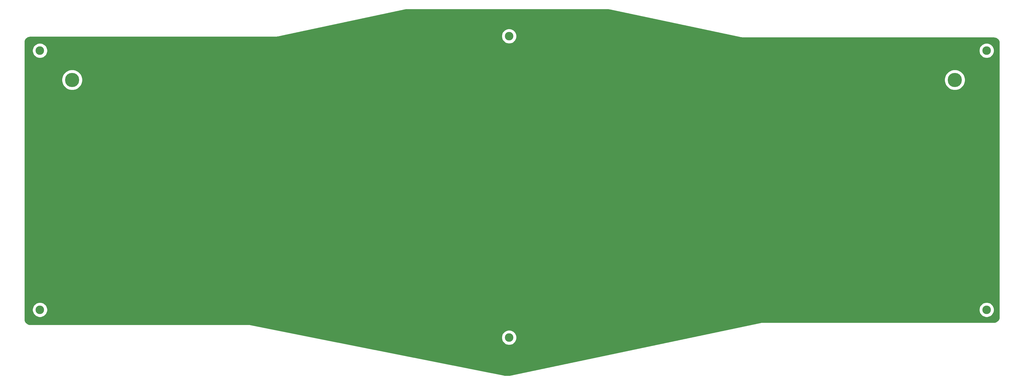
<source format=gtl>
G04 #@! TF.GenerationSoftware,KiCad,Pcbnew,5.1.6-c6e7f7d~87~ubuntu18.04.1*
G04 #@! TF.CreationDate,2020-08-05T13:03:49+02:00*
G04 #@! TF.ProjectId,backplate,6261636b-706c-4617-9465-2e6b69636164,rev?*
G04 #@! TF.SameCoordinates,Original*
G04 #@! TF.FileFunction,Copper,L1,Top*
G04 #@! TF.FilePolarity,Positive*
%FSLAX46Y46*%
G04 Gerber Fmt 4.6, Leading zero omitted, Abs format (unit mm)*
G04 Created by KiCad (PCBNEW 5.1.6-c6e7f7d~87~ubuntu18.04.1) date 2020-08-05 13:03:49*
%MOMM*%
%LPD*%
G01*
G04 APERTURE LIST*
G04 #@! TA.AperFunction,ComponentPad*
%ADD10C,5.000000*%
G04 #@! TD*
G04 #@! TA.AperFunction,ComponentPad*
%ADD11C,3.000000*%
G04 #@! TD*
G04 #@! TA.AperFunction,NonConductor*
%ADD12C,0.254000*%
G04 #@! TD*
G04 APERTURE END LIST*
D10*
G04 #@! TO.P,REF\u002A\u002A,1*
G04 #@! TO.N,N/C*
X368300000Y-91440000D03*
G04 #@! TD*
G04 #@! TO.P,REF\u002A\u002A,1*
G04 #@! TO.N,N/C*
X58420000Y-91440000D03*
G04 #@! TD*
D11*
G04 #@! TO.P,REF\u002A\u002A,1*
G04 #@! TO.N,N/C*
X211836000Y-181991000D03*
G04 #@! TD*
G04 #@! TO.P,REF\u002A\u002A,1*
G04 #@! TO.N,N/C*
X211836000Y-76073000D03*
G04 #@! TD*
G04 #@! TO.P,REF\u002A\u002A,1*
G04 #@! TO.N,N/C*
X379476000Y-172212000D03*
G04 #@! TD*
G04 #@! TO.P,REF\u002A\u002A,1*
G04 #@! TO.N,N/C*
X379476000Y-81153000D03*
G04 #@! TD*
G04 #@! TO.P,REF\u002A\u002A,1*
G04 #@! TO.N,N/C*
X47117000Y-81153000D03*
G04 #@! TD*
G04 #@! TO.P,REF\u002A\u002A,1*
G04 #@! TO.N,N/C*
X47117000Y-172212000D03*
G04 #@! TD*
D12*
G36*
X247037181Y-66729057D02*
G01*
X247130052Y-66750887D01*
X247142522Y-66754831D01*
X293147858Y-76472685D01*
X293288319Y-76504128D01*
X293350389Y-76511769D01*
X293411562Y-76524772D01*
X293427558Y-76526453D01*
X294019111Y-76584456D01*
X294075405Y-76590000D01*
X381959657Y-76590000D01*
X382383197Y-76631529D01*
X382736403Y-76738168D01*
X383062172Y-76911382D01*
X383348092Y-77144572D01*
X383583277Y-77428861D01*
X383758759Y-77753409D01*
X383867863Y-78105868D01*
X383912000Y-78525798D01*
X383912001Y-174695646D01*
X383870471Y-175119197D01*
X383763832Y-175472403D01*
X383590617Y-175798173D01*
X383357426Y-176084094D01*
X383073139Y-176319277D01*
X382748591Y-176494759D01*
X382396132Y-176603863D01*
X381976202Y-176648000D01*
X300786618Y-176648000D01*
X300724022Y-176642488D01*
X300617200Y-176654127D01*
X300510169Y-176664668D01*
X300450027Y-176682912D01*
X211970050Y-195236391D01*
X211111937Y-195307549D01*
X210238212Y-195247069D01*
X210012440Y-195208892D01*
X142244241Y-181732263D01*
X209209000Y-181732263D01*
X209209000Y-182249737D01*
X209309954Y-182757268D01*
X209507983Y-183235351D01*
X209795476Y-183665615D01*
X210161385Y-184031524D01*
X210591649Y-184319017D01*
X211069732Y-184517046D01*
X211577263Y-184618000D01*
X212094737Y-184618000D01*
X212602268Y-184517046D01*
X213080351Y-184319017D01*
X213510615Y-184031524D01*
X213876524Y-183665615D01*
X214164017Y-183235351D01*
X214362046Y-182757268D01*
X214463000Y-182249737D01*
X214463000Y-181732263D01*
X214362046Y-181224732D01*
X214164017Y-180746649D01*
X213876524Y-180316385D01*
X213510615Y-179950476D01*
X213080351Y-179662983D01*
X212602268Y-179464954D01*
X212094737Y-179364000D01*
X211577263Y-179364000D01*
X211069732Y-179464954D01*
X210591649Y-179662983D01*
X210161385Y-179950476D01*
X209795476Y-180316385D01*
X209507983Y-180746649D01*
X209309954Y-181224732D01*
X209209000Y-181732263D01*
X142244241Y-181732263D01*
X120676233Y-177443171D01*
X120621831Y-177426668D01*
X120565200Y-177421090D01*
X120565183Y-177421087D01*
X120522718Y-177416906D01*
X120452595Y-177410000D01*
X120452566Y-177410000D01*
X120395947Y-177404426D01*
X120339383Y-177410000D01*
X43744343Y-177410000D01*
X43320803Y-177368471D01*
X42967597Y-177261832D01*
X42641827Y-177088617D01*
X42355906Y-176855426D01*
X42120723Y-176571139D01*
X41945241Y-176246591D01*
X41836137Y-175894132D01*
X41792000Y-175474202D01*
X41792000Y-171953263D01*
X44490000Y-171953263D01*
X44490000Y-172470737D01*
X44590954Y-172978268D01*
X44788983Y-173456351D01*
X45076476Y-173886615D01*
X45442385Y-174252524D01*
X45872649Y-174540017D01*
X46350732Y-174738046D01*
X46858263Y-174839000D01*
X47375737Y-174839000D01*
X47883268Y-174738046D01*
X48361351Y-174540017D01*
X48791615Y-174252524D01*
X49157524Y-173886615D01*
X49445017Y-173456351D01*
X49643046Y-172978268D01*
X49744000Y-172470737D01*
X49744000Y-171953263D01*
X376849000Y-171953263D01*
X376849000Y-172470737D01*
X376949954Y-172978268D01*
X377147983Y-173456351D01*
X377435476Y-173886615D01*
X377801385Y-174252524D01*
X378231649Y-174540017D01*
X378709732Y-174738046D01*
X379217263Y-174839000D01*
X379734737Y-174839000D01*
X380242268Y-174738046D01*
X380720351Y-174540017D01*
X381150615Y-174252524D01*
X381516524Y-173886615D01*
X381804017Y-173456351D01*
X382002046Y-172978268D01*
X382103000Y-172470737D01*
X382103000Y-171953263D01*
X382002046Y-171445732D01*
X381804017Y-170967649D01*
X381516524Y-170537385D01*
X381150615Y-170171476D01*
X380720351Y-169883983D01*
X380242268Y-169685954D01*
X379734737Y-169585000D01*
X379217263Y-169585000D01*
X378709732Y-169685954D01*
X378231649Y-169883983D01*
X377801385Y-170171476D01*
X377435476Y-170537385D01*
X377147983Y-170967649D01*
X376949954Y-171445732D01*
X376849000Y-171953263D01*
X49744000Y-171953263D01*
X49643046Y-171445732D01*
X49445017Y-170967649D01*
X49157524Y-170537385D01*
X48791615Y-170171476D01*
X48361351Y-169883983D01*
X47883268Y-169685954D01*
X47375737Y-169585000D01*
X46858263Y-169585000D01*
X46350732Y-169685954D01*
X45872649Y-169883983D01*
X45442385Y-170171476D01*
X45076476Y-170537385D01*
X44788983Y-170967649D01*
X44590954Y-171445732D01*
X44490000Y-171953263D01*
X41792000Y-171953263D01*
X41792000Y-91082772D01*
X54793000Y-91082772D01*
X54793000Y-91797228D01*
X54932383Y-92497957D01*
X55205794Y-93158029D01*
X55602725Y-93752078D01*
X56107922Y-94257275D01*
X56701971Y-94654206D01*
X57362043Y-94927617D01*
X58062772Y-95067000D01*
X58777228Y-95067000D01*
X59477957Y-94927617D01*
X60138029Y-94654206D01*
X60732078Y-94257275D01*
X61237275Y-93752078D01*
X61634206Y-93158029D01*
X61907617Y-92497957D01*
X62047000Y-91797228D01*
X62047000Y-91082772D01*
X364673000Y-91082772D01*
X364673000Y-91797228D01*
X364812383Y-92497957D01*
X365085794Y-93158029D01*
X365482725Y-93752078D01*
X365987922Y-94257275D01*
X366581971Y-94654206D01*
X367242043Y-94927617D01*
X367942772Y-95067000D01*
X368657228Y-95067000D01*
X369357957Y-94927617D01*
X370018029Y-94654206D01*
X370612078Y-94257275D01*
X371117275Y-93752078D01*
X371514206Y-93158029D01*
X371787617Y-92497957D01*
X371927000Y-91797228D01*
X371927000Y-91082772D01*
X371787617Y-90382043D01*
X371514206Y-89721971D01*
X371117275Y-89127922D01*
X370612078Y-88622725D01*
X370018029Y-88225794D01*
X369357957Y-87952383D01*
X368657228Y-87813000D01*
X367942772Y-87813000D01*
X367242043Y-87952383D01*
X366581971Y-88225794D01*
X365987922Y-88622725D01*
X365482725Y-89127922D01*
X365085794Y-89721971D01*
X364812383Y-90382043D01*
X364673000Y-91082772D01*
X62047000Y-91082772D01*
X61907617Y-90382043D01*
X61634206Y-89721971D01*
X61237275Y-89127922D01*
X60732078Y-88622725D01*
X60138029Y-88225794D01*
X59477957Y-87952383D01*
X58777228Y-87813000D01*
X58062772Y-87813000D01*
X57362043Y-87952383D01*
X56701971Y-88225794D01*
X56107922Y-88622725D01*
X55602725Y-89127922D01*
X55205794Y-89721971D01*
X54932383Y-90382043D01*
X54793000Y-91082772D01*
X41792000Y-91082772D01*
X41792000Y-80894263D01*
X44490000Y-80894263D01*
X44490000Y-81411737D01*
X44590954Y-81919268D01*
X44788983Y-82397351D01*
X45076476Y-82827615D01*
X45442385Y-83193524D01*
X45872649Y-83481017D01*
X46350732Y-83679046D01*
X46858263Y-83780000D01*
X47375737Y-83780000D01*
X47883268Y-83679046D01*
X48361351Y-83481017D01*
X48791615Y-83193524D01*
X49157524Y-82827615D01*
X49445017Y-82397351D01*
X49643046Y-81919268D01*
X49744000Y-81411737D01*
X49744000Y-80894263D01*
X376849000Y-80894263D01*
X376849000Y-81411737D01*
X376949954Y-81919268D01*
X377147983Y-82397351D01*
X377435476Y-82827615D01*
X377801385Y-83193524D01*
X378231649Y-83481017D01*
X378709732Y-83679046D01*
X379217263Y-83780000D01*
X379734737Y-83780000D01*
X380242268Y-83679046D01*
X380720351Y-83481017D01*
X381150615Y-83193524D01*
X381516524Y-82827615D01*
X381804017Y-82397351D01*
X382002046Y-81919268D01*
X382103000Y-81411737D01*
X382103000Y-80894263D01*
X382002046Y-80386732D01*
X381804017Y-79908649D01*
X381516524Y-79478385D01*
X381150615Y-79112476D01*
X380720351Y-78824983D01*
X380242268Y-78626954D01*
X379734737Y-78526000D01*
X379217263Y-78526000D01*
X378709732Y-78626954D01*
X378231649Y-78824983D01*
X377801385Y-79112476D01*
X377435476Y-79478385D01*
X377147983Y-79908649D01*
X376949954Y-80386732D01*
X376849000Y-80894263D01*
X49744000Y-80894263D01*
X49643046Y-80386732D01*
X49445017Y-79908649D01*
X49157524Y-79478385D01*
X48791615Y-79112476D01*
X48361351Y-78824983D01*
X47883268Y-78626954D01*
X47375737Y-78526000D01*
X46858263Y-78526000D01*
X46350732Y-78626954D01*
X45872649Y-78824983D01*
X45442385Y-79112476D01*
X45076476Y-79478385D01*
X44788983Y-79908649D01*
X44590954Y-80386732D01*
X44490000Y-80894263D01*
X41792000Y-80894263D01*
X41792000Y-78288343D01*
X41833529Y-77864803D01*
X41940168Y-77511597D01*
X42113382Y-77185828D01*
X42346572Y-76899908D01*
X42630861Y-76664723D01*
X42955409Y-76489241D01*
X43307868Y-76380137D01*
X43727798Y-76336000D01*
X129850595Y-76336000D01*
X129864812Y-76334600D01*
X129973332Y-76331913D01*
X130035399Y-76324272D01*
X130097902Y-76322050D01*
X130113829Y-76319801D01*
X130681883Y-76235551D01*
X130717628Y-76231550D01*
X132678915Y-75814263D01*
X209209000Y-75814263D01*
X209209000Y-76331737D01*
X209309954Y-76839268D01*
X209507983Y-77317351D01*
X209795476Y-77747615D01*
X210161385Y-78113524D01*
X210591649Y-78401017D01*
X211069732Y-78599046D01*
X211577263Y-78700000D01*
X212094737Y-78700000D01*
X212602268Y-78599046D01*
X213080351Y-78401017D01*
X213510615Y-78113524D01*
X213876524Y-77747615D01*
X214164017Y-77317351D01*
X214362046Y-76839268D01*
X214463000Y-76331737D01*
X214463000Y-75814263D01*
X214362046Y-75306732D01*
X214164017Y-74828649D01*
X213876524Y-74398385D01*
X213510615Y-74032476D01*
X213080351Y-73744983D01*
X212602268Y-73546954D01*
X212094737Y-73446000D01*
X211577263Y-73446000D01*
X211069732Y-73546954D01*
X210591649Y-73744983D01*
X210161385Y-74032476D01*
X209795476Y-74398385D01*
X209507983Y-74828649D01*
X209309954Y-75306732D01*
X209209000Y-75814263D01*
X132678915Y-75814263D01*
X175182598Y-66771106D01*
X175669959Y-66688193D01*
X175788394Y-66684000D01*
X246577657Y-66684000D01*
X247037181Y-66729057D01*
G37*
X247037181Y-66729057D02*
X247130052Y-66750887D01*
X247142522Y-66754831D01*
X293147858Y-76472685D01*
X293288319Y-76504128D01*
X293350389Y-76511769D01*
X293411562Y-76524772D01*
X293427558Y-76526453D01*
X294019111Y-76584456D01*
X294075405Y-76590000D01*
X381959657Y-76590000D01*
X382383197Y-76631529D01*
X382736403Y-76738168D01*
X383062172Y-76911382D01*
X383348092Y-77144572D01*
X383583277Y-77428861D01*
X383758759Y-77753409D01*
X383867863Y-78105868D01*
X383912000Y-78525798D01*
X383912001Y-174695646D01*
X383870471Y-175119197D01*
X383763832Y-175472403D01*
X383590617Y-175798173D01*
X383357426Y-176084094D01*
X383073139Y-176319277D01*
X382748591Y-176494759D01*
X382396132Y-176603863D01*
X381976202Y-176648000D01*
X300786618Y-176648000D01*
X300724022Y-176642488D01*
X300617200Y-176654127D01*
X300510169Y-176664668D01*
X300450027Y-176682912D01*
X211970050Y-195236391D01*
X211111937Y-195307549D01*
X210238212Y-195247069D01*
X210012440Y-195208892D01*
X142244241Y-181732263D01*
X209209000Y-181732263D01*
X209209000Y-182249737D01*
X209309954Y-182757268D01*
X209507983Y-183235351D01*
X209795476Y-183665615D01*
X210161385Y-184031524D01*
X210591649Y-184319017D01*
X211069732Y-184517046D01*
X211577263Y-184618000D01*
X212094737Y-184618000D01*
X212602268Y-184517046D01*
X213080351Y-184319017D01*
X213510615Y-184031524D01*
X213876524Y-183665615D01*
X214164017Y-183235351D01*
X214362046Y-182757268D01*
X214463000Y-182249737D01*
X214463000Y-181732263D01*
X214362046Y-181224732D01*
X214164017Y-180746649D01*
X213876524Y-180316385D01*
X213510615Y-179950476D01*
X213080351Y-179662983D01*
X212602268Y-179464954D01*
X212094737Y-179364000D01*
X211577263Y-179364000D01*
X211069732Y-179464954D01*
X210591649Y-179662983D01*
X210161385Y-179950476D01*
X209795476Y-180316385D01*
X209507983Y-180746649D01*
X209309954Y-181224732D01*
X209209000Y-181732263D01*
X142244241Y-181732263D01*
X120676233Y-177443171D01*
X120621831Y-177426668D01*
X120565200Y-177421090D01*
X120565183Y-177421087D01*
X120522718Y-177416906D01*
X120452595Y-177410000D01*
X120452566Y-177410000D01*
X120395947Y-177404426D01*
X120339383Y-177410000D01*
X43744343Y-177410000D01*
X43320803Y-177368471D01*
X42967597Y-177261832D01*
X42641827Y-177088617D01*
X42355906Y-176855426D01*
X42120723Y-176571139D01*
X41945241Y-176246591D01*
X41836137Y-175894132D01*
X41792000Y-175474202D01*
X41792000Y-171953263D01*
X44490000Y-171953263D01*
X44490000Y-172470737D01*
X44590954Y-172978268D01*
X44788983Y-173456351D01*
X45076476Y-173886615D01*
X45442385Y-174252524D01*
X45872649Y-174540017D01*
X46350732Y-174738046D01*
X46858263Y-174839000D01*
X47375737Y-174839000D01*
X47883268Y-174738046D01*
X48361351Y-174540017D01*
X48791615Y-174252524D01*
X49157524Y-173886615D01*
X49445017Y-173456351D01*
X49643046Y-172978268D01*
X49744000Y-172470737D01*
X49744000Y-171953263D01*
X376849000Y-171953263D01*
X376849000Y-172470737D01*
X376949954Y-172978268D01*
X377147983Y-173456351D01*
X377435476Y-173886615D01*
X377801385Y-174252524D01*
X378231649Y-174540017D01*
X378709732Y-174738046D01*
X379217263Y-174839000D01*
X379734737Y-174839000D01*
X380242268Y-174738046D01*
X380720351Y-174540017D01*
X381150615Y-174252524D01*
X381516524Y-173886615D01*
X381804017Y-173456351D01*
X382002046Y-172978268D01*
X382103000Y-172470737D01*
X382103000Y-171953263D01*
X382002046Y-171445732D01*
X381804017Y-170967649D01*
X381516524Y-170537385D01*
X381150615Y-170171476D01*
X380720351Y-169883983D01*
X380242268Y-169685954D01*
X379734737Y-169585000D01*
X379217263Y-169585000D01*
X378709732Y-169685954D01*
X378231649Y-169883983D01*
X377801385Y-170171476D01*
X377435476Y-170537385D01*
X377147983Y-170967649D01*
X376949954Y-171445732D01*
X376849000Y-171953263D01*
X49744000Y-171953263D01*
X49643046Y-171445732D01*
X49445017Y-170967649D01*
X49157524Y-170537385D01*
X48791615Y-170171476D01*
X48361351Y-169883983D01*
X47883268Y-169685954D01*
X47375737Y-169585000D01*
X46858263Y-169585000D01*
X46350732Y-169685954D01*
X45872649Y-169883983D01*
X45442385Y-170171476D01*
X45076476Y-170537385D01*
X44788983Y-170967649D01*
X44590954Y-171445732D01*
X44490000Y-171953263D01*
X41792000Y-171953263D01*
X41792000Y-91082772D01*
X54793000Y-91082772D01*
X54793000Y-91797228D01*
X54932383Y-92497957D01*
X55205794Y-93158029D01*
X55602725Y-93752078D01*
X56107922Y-94257275D01*
X56701971Y-94654206D01*
X57362043Y-94927617D01*
X58062772Y-95067000D01*
X58777228Y-95067000D01*
X59477957Y-94927617D01*
X60138029Y-94654206D01*
X60732078Y-94257275D01*
X61237275Y-93752078D01*
X61634206Y-93158029D01*
X61907617Y-92497957D01*
X62047000Y-91797228D01*
X62047000Y-91082772D01*
X364673000Y-91082772D01*
X364673000Y-91797228D01*
X364812383Y-92497957D01*
X365085794Y-93158029D01*
X365482725Y-93752078D01*
X365987922Y-94257275D01*
X366581971Y-94654206D01*
X367242043Y-94927617D01*
X367942772Y-95067000D01*
X368657228Y-95067000D01*
X369357957Y-94927617D01*
X370018029Y-94654206D01*
X370612078Y-94257275D01*
X371117275Y-93752078D01*
X371514206Y-93158029D01*
X371787617Y-92497957D01*
X371927000Y-91797228D01*
X371927000Y-91082772D01*
X371787617Y-90382043D01*
X371514206Y-89721971D01*
X371117275Y-89127922D01*
X370612078Y-88622725D01*
X370018029Y-88225794D01*
X369357957Y-87952383D01*
X368657228Y-87813000D01*
X367942772Y-87813000D01*
X367242043Y-87952383D01*
X366581971Y-88225794D01*
X365987922Y-88622725D01*
X365482725Y-89127922D01*
X365085794Y-89721971D01*
X364812383Y-90382043D01*
X364673000Y-91082772D01*
X62047000Y-91082772D01*
X61907617Y-90382043D01*
X61634206Y-89721971D01*
X61237275Y-89127922D01*
X60732078Y-88622725D01*
X60138029Y-88225794D01*
X59477957Y-87952383D01*
X58777228Y-87813000D01*
X58062772Y-87813000D01*
X57362043Y-87952383D01*
X56701971Y-88225794D01*
X56107922Y-88622725D01*
X55602725Y-89127922D01*
X55205794Y-89721971D01*
X54932383Y-90382043D01*
X54793000Y-91082772D01*
X41792000Y-91082772D01*
X41792000Y-80894263D01*
X44490000Y-80894263D01*
X44490000Y-81411737D01*
X44590954Y-81919268D01*
X44788983Y-82397351D01*
X45076476Y-82827615D01*
X45442385Y-83193524D01*
X45872649Y-83481017D01*
X46350732Y-83679046D01*
X46858263Y-83780000D01*
X47375737Y-83780000D01*
X47883268Y-83679046D01*
X48361351Y-83481017D01*
X48791615Y-83193524D01*
X49157524Y-82827615D01*
X49445017Y-82397351D01*
X49643046Y-81919268D01*
X49744000Y-81411737D01*
X49744000Y-80894263D01*
X376849000Y-80894263D01*
X376849000Y-81411737D01*
X376949954Y-81919268D01*
X377147983Y-82397351D01*
X377435476Y-82827615D01*
X377801385Y-83193524D01*
X378231649Y-83481017D01*
X378709732Y-83679046D01*
X379217263Y-83780000D01*
X379734737Y-83780000D01*
X380242268Y-83679046D01*
X380720351Y-83481017D01*
X381150615Y-83193524D01*
X381516524Y-82827615D01*
X381804017Y-82397351D01*
X382002046Y-81919268D01*
X382103000Y-81411737D01*
X382103000Y-80894263D01*
X382002046Y-80386732D01*
X381804017Y-79908649D01*
X381516524Y-79478385D01*
X381150615Y-79112476D01*
X380720351Y-78824983D01*
X380242268Y-78626954D01*
X379734737Y-78526000D01*
X379217263Y-78526000D01*
X378709732Y-78626954D01*
X378231649Y-78824983D01*
X377801385Y-79112476D01*
X377435476Y-79478385D01*
X377147983Y-79908649D01*
X376949954Y-80386732D01*
X376849000Y-80894263D01*
X49744000Y-80894263D01*
X49643046Y-80386732D01*
X49445017Y-79908649D01*
X49157524Y-79478385D01*
X48791615Y-79112476D01*
X48361351Y-78824983D01*
X47883268Y-78626954D01*
X47375737Y-78526000D01*
X46858263Y-78526000D01*
X46350732Y-78626954D01*
X45872649Y-78824983D01*
X45442385Y-79112476D01*
X45076476Y-79478385D01*
X44788983Y-79908649D01*
X44590954Y-80386732D01*
X44490000Y-80894263D01*
X41792000Y-80894263D01*
X41792000Y-78288343D01*
X41833529Y-77864803D01*
X41940168Y-77511597D01*
X42113382Y-77185828D01*
X42346572Y-76899908D01*
X42630861Y-76664723D01*
X42955409Y-76489241D01*
X43307868Y-76380137D01*
X43727798Y-76336000D01*
X129850595Y-76336000D01*
X129864812Y-76334600D01*
X129973332Y-76331913D01*
X130035399Y-76324272D01*
X130097902Y-76322050D01*
X130113829Y-76319801D01*
X130681883Y-76235551D01*
X130717628Y-76231550D01*
X132678915Y-75814263D01*
X209209000Y-75814263D01*
X209209000Y-76331737D01*
X209309954Y-76839268D01*
X209507983Y-77317351D01*
X209795476Y-77747615D01*
X210161385Y-78113524D01*
X210591649Y-78401017D01*
X211069732Y-78599046D01*
X211577263Y-78700000D01*
X212094737Y-78700000D01*
X212602268Y-78599046D01*
X213080351Y-78401017D01*
X213510615Y-78113524D01*
X213876524Y-77747615D01*
X214164017Y-77317351D01*
X214362046Y-76839268D01*
X214463000Y-76331737D01*
X214463000Y-75814263D01*
X214362046Y-75306732D01*
X214164017Y-74828649D01*
X213876524Y-74398385D01*
X213510615Y-74032476D01*
X213080351Y-73744983D01*
X212602268Y-73546954D01*
X212094737Y-73446000D01*
X211577263Y-73446000D01*
X211069732Y-73546954D01*
X210591649Y-73744983D01*
X210161385Y-74032476D01*
X209795476Y-74398385D01*
X209507983Y-74828649D01*
X209309954Y-75306732D01*
X209209000Y-75814263D01*
X132678915Y-75814263D01*
X175182598Y-66771106D01*
X175669959Y-66688193D01*
X175788394Y-66684000D01*
X246577657Y-66684000D01*
X247037181Y-66729057D01*
M02*

</source>
